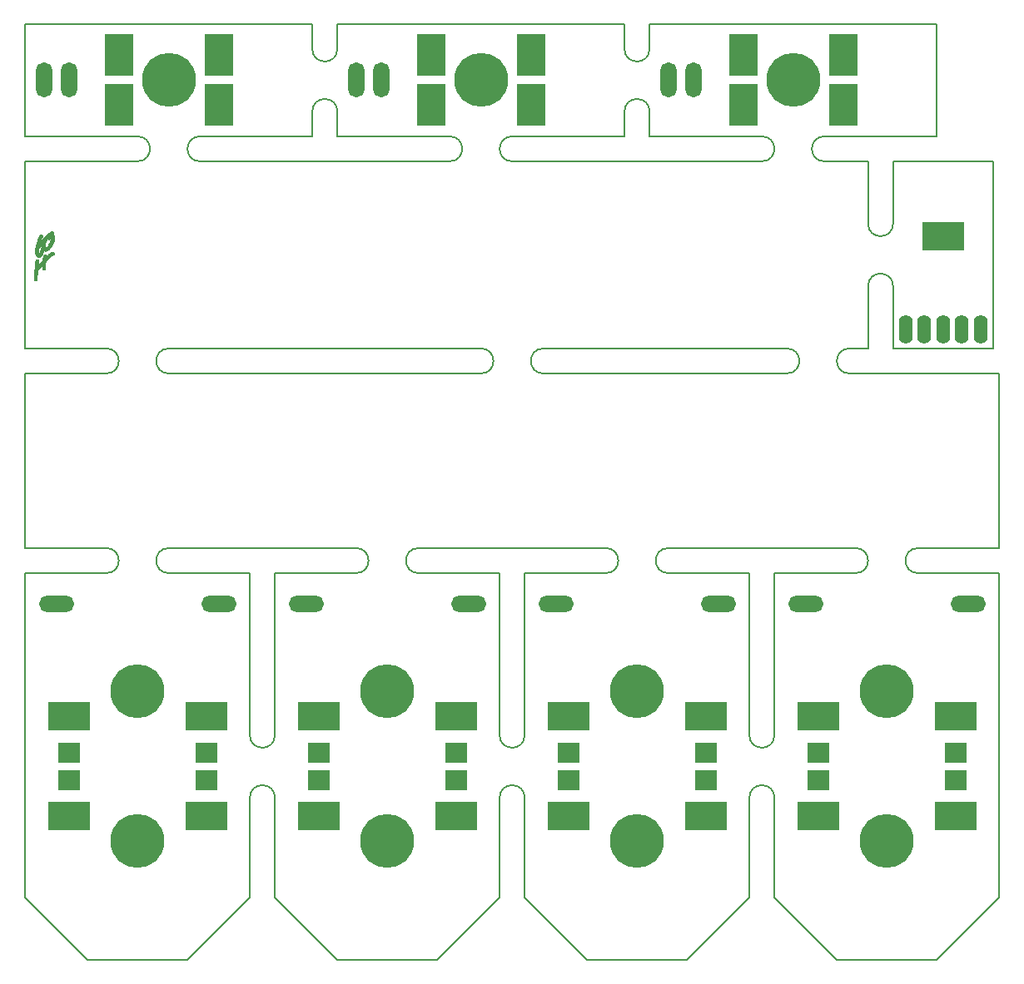
<source format=gbs>
G04 #@! TF.FileFunction,Soldermask,Bot*
%FSLAX46Y46*%
G04 Gerber Fmt 4.6, Leading zero omitted, Abs format (unit mm)*
G04 Created by KiCad (PCBNEW (2016-05-03 BZR 6266)-product) date Fri Jul 22 02:33:22 2016*
%MOMM*%
%LPD*%
G01*
G04 APERTURE LIST*
%ADD10C,0.350000*%
%ADD11C,0.150000*%
%ADD12C,0.050000*%
%ADD13R,2.940000X4.210000*%
%ADD14C,5.480000*%
%ADD15O,1.670000X3.575000*%
%ADD16R,2.200000X2.000000*%
%ADD17O,3.575000X1.670000*%
%ADD18R,4.210000X2.940000*%
%ADD19O,1.416000X2.940000*%
G04 APERTURE END LIST*
D10*
D11*
X177800000Y-71755000D02*
G75*
G03X180340000Y-71755000I1270000J0D01*
G01*
X180340000Y-65405000D02*
X180340000Y-71755000D01*
X180340000Y-78105000D02*
X180340000Y-84455000D01*
X173355000Y-65405000D02*
X177800000Y-65405000D01*
X103505000Y-65405000D02*
X92075000Y-65405000D01*
X141605000Y-65405000D02*
X167005000Y-65405000D01*
X109855000Y-65405000D02*
X135255000Y-65405000D01*
X100330000Y-84455000D02*
X92075000Y-84455000D01*
X138430000Y-84455000D02*
X106680000Y-84455000D01*
X169545000Y-84455000D02*
X144780000Y-84455000D01*
X177800000Y-84455000D02*
X175895000Y-84455000D01*
X177800000Y-78105000D02*
X177800000Y-84455000D01*
X177800000Y-65405000D02*
X177800000Y-71755000D01*
X180340000Y-78105000D02*
G75*
G03X177800000Y-78105000I-1270000J0D01*
G01*
X151130000Y-107315000D02*
X142875000Y-107315000D01*
X155575000Y-51435000D02*
X155575000Y-53975000D01*
X153035000Y-51435000D02*
X153035000Y-53975000D01*
X135255000Y-62865000D02*
X123825000Y-62865000D01*
X153035000Y-62865000D02*
X141605000Y-62865000D01*
X153035000Y-60325000D02*
X153035000Y-62865000D01*
X155575000Y-62865000D02*
X155575000Y-60325000D01*
X167005000Y-62865000D02*
X155575000Y-62865000D01*
X184785000Y-62865000D02*
X173355000Y-62865000D01*
X123825000Y-53975000D02*
X123825000Y-51435000D01*
X121285000Y-53975000D02*
X121285000Y-51435000D01*
X123825000Y-60325000D02*
X123825000Y-62865000D01*
X121285000Y-62865000D02*
X121285000Y-60325000D01*
X109855000Y-62865000D02*
X121285000Y-62865000D01*
X92075000Y-62865000D02*
X103505000Y-62865000D01*
X123825000Y-60325000D02*
G75*
G03X121285000Y-60325000I-1270000J0D01*
G01*
X121285000Y-53975000D02*
G75*
G03X123825000Y-53975000I1270000J0D01*
G01*
X153035000Y-53975000D02*
G75*
G03X155575000Y-53975000I1270000J0D01*
G01*
X155575000Y-60325000D02*
G75*
G03X153035000Y-60325000I-1270000J0D01*
G01*
X173355000Y-62865000D02*
G75*
G03X173355000Y-65405000I0J-1270000D01*
G01*
X167005000Y-65405000D02*
G75*
G03X167005000Y-62865000I0J1270000D01*
G01*
X141605000Y-62865000D02*
G75*
G03X141605000Y-65405000I0J-1270000D01*
G01*
X135255000Y-65405000D02*
G75*
G03X135255000Y-62865000I0J1270000D01*
G01*
X109855000Y-62865000D02*
G75*
G03X109855000Y-65405000I0J-1270000D01*
G01*
X103505000Y-65405000D02*
G75*
G03X103505000Y-62865000I0J1270000D01*
G01*
X100330000Y-86995000D02*
G75*
G03X100330000Y-84455000I0J1270000D01*
G01*
X106680000Y-84455000D02*
G75*
G03X106680000Y-86995000I0J-1270000D01*
G01*
X138430000Y-86995000D02*
G75*
G03X138430000Y-84455000I0J1270000D01*
G01*
X144780000Y-84455000D02*
G75*
G03X144780000Y-86995000I0J-1270000D01*
G01*
X169545000Y-86995000D02*
G75*
G03X169545000Y-84455000I0J1270000D01*
G01*
X175895000Y-84455000D02*
G75*
G03X175895000Y-86995000I0J-1270000D01*
G01*
X175895000Y-86995000D02*
X191135000Y-86995000D01*
X144780000Y-86995000D02*
X169545000Y-86995000D01*
X106680000Y-86995000D02*
X138430000Y-86995000D01*
X92075000Y-86995000D02*
X100330000Y-86995000D01*
X100330000Y-107315000D02*
X92075000Y-107315000D01*
X114935000Y-107315000D02*
X106680000Y-107315000D01*
X125730000Y-107315000D02*
X117475000Y-107315000D01*
X140335000Y-107315000D02*
X132080000Y-107315000D01*
X165735000Y-107315000D02*
X157480000Y-107315000D01*
X100330000Y-104775000D02*
X92075000Y-104775000D01*
X125730000Y-104775000D02*
X106680000Y-104775000D01*
X151130000Y-104775000D02*
X132080000Y-104775000D01*
X176530000Y-104775000D02*
X157480000Y-104775000D01*
X176530000Y-107315000D02*
X168275000Y-107315000D01*
X182880000Y-107315000D02*
X191135000Y-107315000D01*
X191135000Y-104775000D02*
X182880000Y-104775000D01*
X182880000Y-104775000D02*
G75*
G03X182880000Y-107315000I0J-1270000D01*
G01*
X176530000Y-107315000D02*
G75*
G03X176530000Y-104775000I0J1270000D01*
G01*
X157480000Y-104775000D02*
G75*
G03X157480000Y-107315000I0J-1270000D01*
G01*
X151130000Y-107315000D02*
G75*
G03X151130000Y-104775000I0J1270000D01*
G01*
X132080000Y-104775000D02*
G75*
G03X132080000Y-107315000I0J-1270000D01*
G01*
X125730000Y-107315000D02*
G75*
G03X125730000Y-104775000I0J1270000D01*
G01*
X100330000Y-107315000D02*
G75*
G03X100330000Y-104775000I0J1270000D01*
G01*
X106680000Y-104775000D02*
G75*
G03X106680000Y-107315000I0J-1270000D01*
G01*
X140335000Y-123825000D02*
G75*
G03X142875000Y-123825000I1270000J0D01*
G01*
X165735000Y-123825000D02*
G75*
G03X168275000Y-123825000I1270000J0D01*
G01*
X168275000Y-130175000D02*
G75*
G03X165735000Y-130175000I-1270000J0D01*
G01*
X142875000Y-130175000D02*
G75*
G03X140335000Y-130175000I-1270000J0D01*
G01*
X117475000Y-130175000D02*
G75*
G03X114935000Y-130175000I-1270000J0D01*
G01*
X114935000Y-123825000D02*
G75*
G03X117475000Y-123825000I1270000J0D01*
G01*
X140335000Y-107315000D02*
X140335000Y-123825000D01*
X142875000Y-123825000D02*
X142875000Y-107315000D01*
X165735000Y-107315000D02*
X165735000Y-123825000D01*
X168275000Y-123825000D02*
X168275000Y-107315000D01*
X168275000Y-130175000D02*
X168275000Y-140335000D01*
X165735000Y-140335000D02*
X165735000Y-130175000D01*
X142875000Y-140335000D02*
X142875000Y-130175000D01*
X140335000Y-130175000D02*
X140335000Y-140335000D01*
X117475000Y-107315000D02*
X117475000Y-123825000D01*
X114935000Y-123825000D02*
X114935000Y-107315000D01*
X117475000Y-130175000D02*
X117475000Y-140335000D01*
X114935000Y-140335000D02*
X114935000Y-130175000D01*
X184785000Y-62865000D02*
X184785000Y-51435000D01*
X184785000Y-51435000D02*
X155575000Y-51435000D01*
X121285000Y-51435000D02*
X92075000Y-51435000D01*
X92075000Y-51435000D02*
X92075000Y-62865000D01*
X142875000Y-140335000D02*
X149225000Y-146685000D01*
X165735000Y-140335000D02*
X159385000Y-146685000D01*
X159385000Y-146685000D02*
X149225000Y-146685000D01*
X191135000Y-107315000D02*
X191135000Y-140335000D01*
X184785000Y-146685000D02*
X174625000Y-146685000D01*
X191135000Y-140335000D02*
X184785000Y-146685000D01*
X168275000Y-140335000D02*
X174625000Y-146685000D01*
X117475000Y-140335000D02*
X123825000Y-146685000D01*
X140335000Y-140335000D02*
X133985000Y-146685000D01*
X133985000Y-146685000D02*
X123825000Y-146685000D01*
X92075000Y-86995000D02*
X92075000Y-104775000D01*
X191135000Y-104775000D02*
X191135000Y-86995000D01*
X92075000Y-140335000D02*
X92075000Y-107315000D01*
X108585000Y-146685000D02*
X98425000Y-146685000D01*
X114935000Y-140335000D02*
X108585000Y-146685000D01*
X92075000Y-140335000D02*
X98425000Y-146685000D01*
X153035000Y-51435000D02*
X123825000Y-51435000D01*
X92075000Y-84455000D02*
X92075000Y-65405000D01*
X190500000Y-65405000D02*
X180340000Y-65405000D01*
X190500000Y-84455000D02*
X190500000Y-65405000D01*
X180340000Y-84455000D02*
X190500000Y-84455000D01*
D12*
G36*
X93454621Y-75131040D02*
X93517702Y-75127773D01*
X93572055Y-75115688D01*
X93585139Y-75110484D01*
X93645455Y-75072676D01*
X93705196Y-75014798D01*
X93763658Y-74937948D01*
X93816271Y-74849707D01*
X93432752Y-74849707D01*
X93418350Y-74823708D01*
X93407208Y-74789655D01*
X93400530Y-74737853D01*
X93398220Y-74671223D01*
X93400180Y-74592683D01*
X93406313Y-74505154D01*
X93416522Y-74411556D01*
X93430709Y-74314810D01*
X93436412Y-74281770D01*
X93444635Y-74237671D01*
X93451305Y-74210400D01*
X93458422Y-74195918D01*
X93467984Y-74190186D01*
X93481990Y-74189166D01*
X93482255Y-74189166D01*
X93500082Y-74187226D01*
X93518222Y-74180044D01*
X93538999Y-74165574D01*
X93564734Y-74141773D01*
X93597749Y-74106597D01*
X93640366Y-74058001D01*
X93668140Y-74025518D01*
X93704364Y-73983160D01*
X93735514Y-73947180D01*
X93759149Y-73920365D01*
X93772825Y-73905499D01*
X93775185Y-73903416D01*
X93776244Y-73909593D01*
X93773377Y-73929143D01*
X93766254Y-73963596D01*
X93754545Y-74014483D01*
X93737918Y-74083333D01*
X93724862Y-74136250D01*
X93691206Y-74263293D01*
X93655158Y-74383688D01*
X93617607Y-74495127D01*
X93579443Y-74595304D01*
X93541556Y-74681913D01*
X93504836Y-74752648D01*
X93470172Y-74805203D01*
X93463738Y-74813124D01*
X93432752Y-74849707D01*
X93816271Y-74849707D01*
X93820137Y-74843224D01*
X93873931Y-74731721D01*
X93924336Y-74604537D01*
X93941795Y-74554291D01*
X93955314Y-74514008D01*
X93966422Y-74480952D01*
X93973259Y-74460654D01*
X93974246Y-74457745D01*
X93985402Y-74455714D01*
X94012240Y-74464454D01*
X94049215Y-74481558D01*
X94091647Y-74501281D01*
X94126495Y-74512132D01*
X94164037Y-74516595D01*
X94196810Y-74517250D01*
X94260170Y-74511959D01*
X94320242Y-74494985D01*
X94380113Y-74464674D01*
X94442871Y-74419374D01*
X94511605Y-74357429D01*
X94530833Y-74338396D01*
X94627720Y-74228821D01*
X94640988Y-74210333D01*
X94178098Y-74210333D01*
X94160399Y-74200307D01*
X94144288Y-74172417D01*
X94130436Y-74129948D01*
X94119517Y-74076182D01*
X94112202Y-74014403D01*
X94109165Y-73947894D01*
X94110922Y-73882250D01*
X94128033Y-73727344D01*
X94158531Y-73569916D01*
X94165254Y-73542400D01*
X94175111Y-73508124D01*
X94187165Y-73480065D01*
X94204888Y-73452576D01*
X94231748Y-73420014D01*
X94258900Y-73390035D01*
X94334879Y-73307644D01*
X94368580Y-73325072D01*
X94412595Y-73339435D01*
X94460097Y-73341768D01*
X94502933Y-73332296D01*
X94523359Y-73320765D01*
X94544434Y-73295754D01*
X94560911Y-73261703D01*
X94563088Y-73254619D01*
X94580880Y-73192216D01*
X94596322Y-73145734D01*
X94611326Y-73110360D01*
X94627803Y-73081281D01*
X94637542Y-73067113D01*
X94656742Y-73043551D01*
X94671524Y-73030693D01*
X94676633Y-73030043D01*
X94685534Y-73047225D01*
X94694959Y-73078102D01*
X94703145Y-73115325D01*
X94708326Y-73151546D01*
X94709210Y-73165675D01*
X94707534Y-73196109D01*
X94702144Y-73238345D01*
X94694179Y-73283581D01*
X94693593Y-73286450D01*
X94667468Y-73387463D01*
X94629312Y-73499426D01*
X94581240Y-73617547D01*
X94525365Y-73737031D01*
X94463804Y-73853084D01*
X94398671Y-73960912D01*
X94390617Y-73973219D01*
X94353197Y-74026913D01*
X94313608Y-74078641D01*
X94274417Y-74125539D01*
X94238192Y-74164745D01*
X94207497Y-74193393D01*
X94184901Y-74208622D01*
X94178098Y-74210333D01*
X94640988Y-74210333D01*
X94718723Y-74102022D01*
X94802044Y-73961547D01*
X94875884Y-73810939D01*
X94938444Y-73653746D01*
X94987926Y-73493512D01*
X95012224Y-73389412D01*
X95025782Y-73308172D01*
X95034361Y-73225719D01*
X95037822Y-73146890D01*
X95036025Y-73076520D01*
X95028830Y-73019446D01*
X95023529Y-72998541D01*
X95001023Y-72940389D01*
X94969943Y-72885436D01*
X94938960Y-72842042D01*
X94902174Y-72793849D01*
X94923319Y-72753320D01*
X94939997Y-72701130D01*
X94937970Y-72649543D01*
X94919507Y-72602005D01*
X94886878Y-72561959D01*
X94842353Y-72532849D01*
X94788202Y-72518120D01*
X94767582Y-72517000D01*
X94729267Y-72519091D01*
X94695160Y-72524404D01*
X94682873Y-72527932D01*
X94656391Y-72542967D01*
X94617205Y-72572149D01*
X94566853Y-72613963D01*
X94506874Y-72666899D01*
X94438805Y-72729443D01*
X94364185Y-72800082D01*
X94284552Y-72877305D01*
X94201443Y-72959599D01*
X94116399Y-73045451D01*
X94030956Y-73133349D01*
X93946652Y-73221780D01*
X93865027Y-73309232D01*
X93787617Y-73394192D01*
X93715963Y-73475149D01*
X93695466Y-73498838D01*
X93665179Y-73533692D01*
X93640712Y-73561166D01*
X93624836Y-73578194D01*
X93620166Y-73582163D01*
X93623410Y-73571175D01*
X93632321Y-73543886D01*
X93645663Y-73504008D01*
X93662204Y-73455249D01*
X93668508Y-73436809D01*
X93709052Y-73324539D01*
X93746625Y-73233138D01*
X93781213Y-73162631D01*
X93812806Y-73113045D01*
X93821014Y-73103026D01*
X93846517Y-73059687D01*
X93853521Y-73012466D01*
X93843060Y-72965645D01*
X93816163Y-72923505D01*
X93773863Y-72890328D01*
X93769170Y-72887843D01*
X93712230Y-72869915D01*
X93654038Y-72871654D01*
X93598691Y-72892248D01*
X93550282Y-72930883D01*
X93549840Y-72931365D01*
X93527831Y-72961724D01*
X93500667Y-73009220D01*
X93469662Y-73070839D01*
X93436132Y-73143564D01*
X93401391Y-73224380D01*
X93366756Y-73310271D01*
X93333540Y-73398222D01*
X93303059Y-73485217D01*
X93287482Y-73533000D01*
X93251365Y-73654010D01*
X93217359Y-73781035D01*
X93185927Y-73911384D01*
X93157535Y-74042367D01*
X93132643Y-74171293D01*
X93111717Y-74295472D01*
X93095219Y-74412213D01*
X93083613Y-74518825D01*
X93077361Y-74612618D01*
X93076928Y-74690901D01*
X93080400Y-74735543D01*
X93101482Y-74835958D01*
X93136789Y-74924679D01*
X93185146Y-74999976D01*
X93245379Y-75060115D01*
X93316315Y-75103363D01*
X93334839Y-75111050D01*
X93390953Y-75125472D01*
X93454621Y-75131040D01*
X93454621Y-75131040D01*
X93454621Y-75131040D01*
G37*
X93454621Y-75131040D02*
X93517702Y-75127773D01*
X93572055Y-75115688D01*
X93585139Y-75110484D01*
X93645455Y-75072676D01*
X93705196Y-75014798D01*
X93763658Y-74937948D01*
X93816271Y-74849707D01*
X93432752Y-74849707D01*
X93418350Y-74823708D01*
X93407208Y-74789655D01*
X93400530Y-74737853D01*
X93398220Y-74671223D01*
X93400180Y-74592683D01*
X93406313Y-74505154D01*
X93416522Y-74411556D01*
X93430709Y-74314810D01*
X93436412Y-74281770D01*
X93444635Y-74237671D01*
X93451305Y-74210400D01*
X93458422Y-74195918D01*
X93467984Y-74190186D01*
X93481990Y-74189166D01*
X93482255Y-74189166D01*
X93500082Y-74187226D01*
X93518222Y-74180044D01*
X93538999Y-74165574D01*
X93564734Y-74141773D01*
X93597749Y-74106597D01*
X93640366Y-74058001D01*
X93668140Y-74025518D01*
X93704364Y-73983160D01*
X93735514Y-73947180D01*
X93759149Y-73920365D01*
X93772825Y-73905499D01*
X93775185Y-73903416D01*
X93776244Y-73909593D01*
X93773377Y-73929143D01*
X93766254Y-73963596D01*
X93754545Y-74014483D01*
X93737918Y-74083333D01*
X93724862Y-74136250D01*
X93691206Y-74263293D01*
X93655158Y-74383688D01*
X93617607Y-74495127D01*
X93579443Y-74595304D01*
X93541556Y-74681913D01*
X93504836Y-74752648D01*
X93470172Y-74805203D01*
X93463738Y-74813124D01*
X93432752Y-74849707D01*
X93816271Y-74849707D01*
X93820137Y-74843224D01*
X93873931Y-74731721D01*
X93924336Y-74604537D01*
X93941795Y-74554291D01*
X93955314Y-74514008D01*
X93966422Y-74480952D01*
X93973259Y-74460654D01*
X93974246Y-74457745D01*
X93985402Y-74455714D01*
X94012240Y-74464454D01*
X94049215Y-74481558D01*
X94091647Y-74501281D01*
X94126495Y-74512132D01*
X94164037Y-74516595D01*
X94196810Y-74517250D01*
X94260170Y-74511959D01*
X94320242Y-74494985D01*
X94380113Y-74464674D01*
X94442871Y-74419374D01*
X94511605Y-74357429D01*
X94530833Y-74338396D01*
X94627720Y-74228821D01*
X94640988Y-74210333D01*
X94178098Y-74210333D01*
X94160399Y-74200307D01*
X94144288Y-74172417D01*
X94130436Y-74129948D01*
X94119517Y-74076182D01*
X94112202Y-74014403D01*
X94109165Y-73947894D01*
X94110922Y-73882250D01*
X94128033Y-73727344D01*
X94158531Y-73569916D01*
X94165254Y-73542400D01*
X94175111Y-73508124D01*
X94187165Y-73480065D01*
X94204888Y-73452576D01*
X94231748Y-73420014D01*
X94258900Y-73390035D01*
X94334879Y-73307644D01*
X94368580Y-73325072D01*
X94412595Y-73339435D01*
X94460097Y-73341768D01*
X94502933Y-73332296D01*
X94523359Y-73320765D01*
X94544434Y-73295754D01*
X94560911Y-73261703D01*
X94563088Y-73254619D01*
X94580880Y-73192216D01*
X94596322Y-73145734D01*
X94611326Y-73110360D01*
X94627803Y-73081281D01*
X94637542Y-73067113D01*
X94656742Y-73043551D01*
X94671524Y-73030693D01*
X94676633Y-73030043D01*
X94685534Y-73047225D01*
X94694959Y-73078102D01*
X94703145Y-73115325D01*
X94708326Y-73151546D01*
X94709210Y-73165675D01*
X94707534Y-73196109D01*
X94702144Y-73238345D01*
X94694179Y-73283581D01*
X94693593Y-73286450D01*
X94667468Y-73387463D01*
X94629312Y-73499426D01*
X94581240Y-73617547D01*
X94525365Y-73737031D01*
X94463804Y-73853084D01*
X94398671Y-73960912D01*
X94390617Y-73973219D01*
X94353197Y-74026913D01*
X94313608Y-74078641D01*
X94274417Y-74125539D01*
X94238192Y-74164745D01*
X94207497Y-74193393D01*
X94184901Y-74208622D01*
X94178098Y-74210333D01*
X94640988Y-74210333D01*
X94718723Y-74102022D01*
X94802044Y-73961547D01*
X94875884Y-73810939D01*
X94938444Y-73653746D01*
X94987926Y-73493512D01*
X95012224Y-73389412D01*
X95025782Y-73308172D01*
X95034361Y-73225719D01*
X95037822Y-73146890D01*
X95036025Y-73076520D01*
X95028830Y-73019446D01*
X95023529Y-72998541D01*
X95001023Y-72940389D01*
X94969943Y-72885436D01*
X94938960Y-72842042D01*
X94902174Y-72793849D01*
X94923319Y-72753320D01*
X94939997Y-72701130D01*
X94937970Y-72649543D01*
X94919507Y-72602005D01*
X94886878Y-72561959D01*
X94842353Y-72532849D01*
X94788202Y-72518120D01*
X94767582Y-72517000D01*
X94729267Y-72519091D01*
X94695160Y-72524404D01*
X94682873Y-72527932D01*
X94656391Y-72542967D01*
X94617205Y-72572149D01*
X94566853Y-72613963D01*
X94506874Y-72666899D01*
X94438805Y-72729443D01*
X94364185Y-72800082D01*
X94284552Y-72877305D01*
X94201443Y-72959599D01*
X94116399Y-73045451D01*
X94030956Y-73133349D01*
X93946652Y-73221780D01*
X93865027Y-73309232D01*
X93787617Y-73394192D01*
X93715963Y-73475149D01*
X93695466Y-73498838D01*
X93665179Y-73533692D01*
X93640712Y-73561166D01*
X93624836Y-73578194D01*
X93620166Y-73582163D01*
X93623410Y-73571175D01*
X93632321Y-73543886D01*
X93645663Y-73504008D01*
X93662204Y-73455249D01*
X93668508Y-73436809D01*
X93709052Y-73324539D01*
X93746625Y-73233138D01*
X93781213Y-73162631D01*
X93812806Y-73113045D01*
X93821014Y-73103026D01*
X93846517Y-73059687D01*
X93853521Y-73012466D01*
X93843060Y-72965645D01*
X93816163Y-72923505D01*
X93773863Y-72890328D01*
X93769170Y-72887843D01*
X93712230Y-72869915D01*
X93654038Y-72871654D01*
X93598691Y-72892248D01*
X93550282Y-72930883D01*
X93549840Y-72931365D01*
X93527831Y-72961724D01*
X93500667Y-73009220D01*
X93469662Y-73070839D01*
X93436132Y-73143564D01*
X93401391Y-73224380D01*
X93366756Y-73310271D01*
X93333540Y-73398222D01*
X93303059Y-73485217D01*
X93287482Y-73533000D01*
X93251365Y-73654010D01*
X93217359Y-73781035D01*
X93185927Y-73911384D01*
X93157535Y-74042367D01*
X93132643Y-74171293D01*
X93111717Y-74295472D01*
X93095219Y-74412213D01*
X93083613Y-74518825D01*
X93077361Y-74612618D01*
X93076928Y-74690901D01*
X93080400Y-74735543D01*
X93101482Y-74835958D01*
X93136789Y-74924679D01*
X93185146Y-74999976D01*
X93245379Y-75060115D01*
X93316315Y-75103363D01*
X93334839Y-75111050D01*
X93390953Y-75125472D01*
X93454621Y-75131040D01*
X93454621Y-75131040D01*
G36*
X93098697Y-77554583D02*
X93146163Y-77548048D01*
X93192653Y-77530308D01*
X93232663Y-77502425D01*
X93247383Y-77486479D01*
X93255181Y-77474276D01*
X93261114Y-77458018D01*
X93265632Y-77434353D01*
X93269185Y-77399933D01*
X93272224Y-77351409D01*
X93275199Y-77285432D01*
X93275533Y-77277163D01*
X93278385Y-77211217D01*
X93282201Y-77130282D01*
X93286674Y-77040493D01*
X93291494Y-76947989D01*
X93296355Y-76858908D01*
X93298006Y-76829708D01*
X93302161Y-76756574D01*
X93305884Y-76690163D01*
X93309011Y-76633489D01*
X93311376Y-76589563D01*
X93312816Y-76561398D01*
X93313190Y-76552297D01*
X93319651Y-76539460D01*
X93337146Y-76514331D01*
X93362917Y-76480676D01*
X93390694Y-76446464D01*
X93417403Y-76415072D01*
X93452924Y-76374320D01*
X93495065Y-76326628D01*
X93541633Y-76274416D01*
X93590436Y-76220105D01*
X93639282Y-76166114D01*
X93685977Y-76114864D01*
X93728330Y-76068774D01*
X93764147Y-76030265D01*
X93791237Y-76001757D01*
X93807406Y-75985669D01*
X93810401Y-75983205D01*
X93813848Y-75990736D01*
X93815664Y-76016967D01*
X93815791Y-76059489D01*
X93814170Y-76115892D01*
X93813855Y-76123483D01*
X93811711Y-76196285D01*
X93812843Y-76252094D01*
X93817992Y-76294932D01*
X93827897Y-76328819D01*
X93843300Y-76357779D01*
X93861409Y-76381691D01*
X93899304Y-76415535D01*
X93944829Y-76439486D01*
X93992093Y-76451670D01*
X94035200Y-76450215D01*
X94054669Y-76443102D01*
X94067349Y-76435192D01*
X94077693Y-76424957D01*
X94085987Y-76410254D01*
X94092514Y-76388945D01*
X94097559Y-76358886D01*
X94101405Y-76317937D01*
X94104337Y-76263956D01*
X94106639Y-76194802D01*
X94108594Y-76108335D01*
X94110099Y-76025375D01*
X94111841Y-75940329D01*
X94114007Y-75861153D01*
X94116481Y-75790569D01*
X94119147Y-75731300D01*
X94121888Y-75686068D01*
X94124587Y-75657596D01*
X94126184Y-75649567D01*
X94137132Y-75632933D01*
X94161215Y-75603809D01*
X94196321Y-75564384D01*
X94240334Y-75516847D01*
X94291141Y-75463387D01*
X94346628Y-75406193D01*
X94404681Y-75347455D01*
X94463185Y-75289362D01*
X94520028Y-75234102D01*
X94573095Y-75183864D01*
X94598612Y-75160347D01*
X94694306Y-75075557D01*
X94778843Y-75005934D01*
X94854134Y-74949994D01*
X94922090Y-74906252D01*
X94935499Y-74898538D01*
X94985198Y-74864882D01*
X95014805Y-74830008D01*
X95025366Y-74791566D01*
X95017924Y-74747207D01*
X95010890Y-74728992D01*
X94978002Y-74675287D01*
X94930127Y-74634183D01*
X94906858Y-74620905D01*
X94867776Y-74607283D01*
X94825114Y-74605845D01*
X94776837Y-74617325D01*
X94720905Y-74642457D01*
X94655280Y-74681977D01*
X94577926Y-74736618D01*
X94570466Y-74742193D01*
X94530336Y-74772562D01*
X94495850Y-74799495D01*
X94463328Y-74826139D01*
X94429093Y-74855644D01*
X94389464Y-74891159D01*
X94340765Y-74935832D01*
X94298487Y-74975000D01*
X94220099Y-75047784D01*
X94207095Y-75009958D01*
X94190551Y-74971478D01*
X94169727Y-74947903D01*
X94138344Y-74933068D01*
X94124732Y-74929075D01*
X94075810Y-74922727D01*
X94025115Y-74927425D01*
X93978199Y-74941471D01*
X93940616Y-74963167D01*
X93917918Y-74990814D01*
X93917188Y-74992533D01*
X93912049Y-75011640D01*
X93904566Y-75047798D01*
X93895401Y-75097105D01*
X93885215Y-75155659D01*
X93874669Y-75219559D01*
X93864425Y-75284904D01*
X93855144Y-75347791D01*
X93847786Y-75401981D01*
X93845225Y-75418211D01*
X93840960Y-75433550D01*
X93833439Y-75450113D01*
X93821112Y-75470015D01*
X93802427Y-75495372D01*
X93775833Y-75528297D01*
X93739777Y-75570907D01*
X93692710Y-75625316D01*
X93637917Y-75688105D01*
X93583870Y-75749973D01*
X93532421Y-75808938D01*
X93485780Y-75862462D01*
X93446157Y-75908006D01*
X93415762Y-75943034D01*
X93396804Y-75965006D01*
X93395270Y-75966799D01*
X93374287Y-75989580D01*
X93359902Y-76001737D01*
X93355583Y-76001422D01*
X93356655Y-75987608D01*
X93359640Y-75956211D01*
X93364192Y-75910692D01*
X93369964Y-75854515D01*
X93376610Y-75791141D01*
X93377102Y-75786490D01*
X93386518Y-75704615D01*
X93395561Y-75639733D01*
X93404028Y-75593085D01*
X93411715Y-75565910D01*
X93414144Y-75561284D01*
X93422944Y-75537476D01*
X93428329Y-75501289D01*
X93429783Y-75461314D01*
X93426793Y-75426139D01*
X93423092Y-75412015D01*
X93404060Y-75389671D01*
X93370002Y-75373914D01*
X93326203Y-75365369D01*
X93277949Y-75364662D01*
X93230522Y-75372419D01*
X93196566Y-75385219D01*
X93166492Y-75404274D01*
X93142963Y-75425524D01*
X93138722Y-75431074D01*
X93130168Y-75453621D01*
X93120719Y-75495467D01*
X93110547Y-75554771D01*
X93099825Y-75629691D01*
X93088725Y-75718385D01*
X93077420Y-75819014D01*
X93066082Y-75929735D01*
X93054883Y-76048707D01*
X93043996Y-76174089D01*
X93033594Y-76304041D01*
X93023848Y-76436720D01*
X93014931Y-76570285D01*
X93007016Y-76702896D01*
X93000274Y-76832711D01*
X92994879Y-76957889D01*
X92994296Y-76973444D01*
X92990153Y-77099144D01*
X92987789Y-77205320D01*
X92987286Y-77293545D01*
X92988724Y-77365395D01*
X92992183Y-77422443D01*
X92997746Y-77466264D01*
X93005491Y-77498431D01*
X93015501Y-77520518D01*
X93022833Y-77529796D01*
X93055753Y-77548853D01*
X93098697Y-77554583D01*
X93098697Y-77554583D01*
X93098697Y-77554583D01*
G37*
X93098697Y-77554583D02*
X93146163Y-77548048D01*
X93192653Y-77530308D01*
X93232663Y-77502425D01*
X93247383Y-77486479D01*
X93255181Y-77474276D01*
X93261114Y-77458018D01*
X93265632Y-77434353D01*
X93269185Y-77399933D01*
X93272224Y-77351409D01*
X93275199Y-77285432D01*
X93275533Y-77277163D01*
X93278385Y-77211217D01*
X93282201Y-77130282D01*
X93286674Y-77040493D01*
X93291494Y-76947989D01*
X93296355Y-76858908D01*
X93298006Y-76829708D01*
X93302161Y-76756574D01*
X93305884Y-76690163D01*
X93309011Y-76633489D01*
X93311376Y-76589563D01*
X93312816Y-76561398D01*
X93313190Y-76552297D01*
X93319651Y-76539460D01*
X93337146Y-76514331D01*
X93362917Y-76480676D01*
X93390694Y-76446464D01*
X93417403Y-76415072D01*
X93452924Y-76374320D01*
X93495065Y-76326628D01*
X93541633Y-76274416D01*
X93590436Y-76220105D01*
X93639282Y-76166114D01*
X93685977Y-76114864D01*
X93728330Y-76068774D01*
X93764147Y-76030265D01*
X93791237Y-76001757D01*
X93807406Y-75985669D01*
X93810401Y-75983205D01*
X93813848Y-75990736D01*
X93815664Y-76016967D01*
X93815791Y-76059489D01*
X93814170Y-76115892D01*
X93813855Y-76123483D01*
X93811711Y-76196285D01*
X93812843Y-76252094D01*
X93817992Y-76294932D01*
X93827897Y-76328819D01*
X93843300Y-76357779D01*
X93861409Y-76381691D01*
X93899304Y-76415535D01*
X93944829Y-76439486D01*
X93992093Y-76451670D01*
X94035200Y-76450215D01*
X94054669Y-76443102D01*
X94067349Y-76435192D01*
X94077693Y-76424957D01*
X94085987Y-76410254D01*
X94092514Y-76388945D01*
X94097559Y-76358886D01*
X94101405Y-76317937D01*
X94104337Y-76263956D01*
X94106639Y-76194802D01*
X94108594Y-76108335D01*
X94110099Y-76025375D01*
X94111841Y-75940329D01*
X94114007Y-75861153D01*
X94116481Y-75790569D01*
X94119147Y-75731300D01*
X94121888Y-75686068D01*
X94124587Y-75657596D01*
X94126184Y-75649567D01*
X94137132Y-75632933D01*
X94161215Y-75603809D01*
X94196321Y-75564384D01*
X94240334Y-75516847D01*
X94291141Y-75463387D01*
X94346628Y-75406193D01*
X94404681Y-75347455D01*
X94463185Y-75289362D01*
X94520028Y-75234102D01*
X94573095Y-75183864D01*
X94598612Y-75160347D01*
X94694306Y-75075557D01*
X94778843Y-75005934D01*
X94854134Y-74949994D01*
X94922090Y-74906252D01*
X94935499Y-74898538D01*
X94985198Y-74864882D01*
X95014805Y-74830008D01*
X95025366Y-74791566D01*
X95017924Y-74747207D01*
X95010890Y-74728992D01*
X94978002Y-74675287D01*
X94930127Y-74634183D01*
X94906858Y-74620905D01*
X94867776Y-74607283D01*
X94825114Y-74605845D01*
X94776837Y-74617325D01*
X94720905Y-74642457D01*
X94655280Y-74681977D01*
X94577926Y-74736618D01*
X94570466Y-74742193D01*
X94530336Y-74772562D01*
X94495850Y-74799495D01*
X94463328Y-74826139D01*
X94429093Y-74855644D01*
X94389464Y-74891159D01*
X94340765Y-74935832D01*
X94298487Y-74975000D01*
X94220099Y-75047784D01*
X94207095Y-75009958D01*
X94190551Y-74971478D01*
X94169727Y-74947903D01*
X94138344Y-74933068D01*
X94124732Y-74929075D01*
X94075810Y-74922727D01*
X94025115Y-74927425D01*
X93978199Y-74941471D01*
X93940616Y-74963167D01*
X93917918Y-74990814D01*
X93917188Y-74992533D01*
X93912049Y-75011640D01*
X93904566Y-75047798D01*
X93895401Y-75097105D01*
X93885215Y-75155659D01*
X93874669Y-75219559D01*
X93864425Y-75284904D01*
X93855144Y-75347791D01*
X93847786Y-75401981D01*
X93845225Y-75418211D01*
X93840960Y-75433550D01*
X93833439Y-75450113D01*
X93821112Y-75470015D01*
X93802427Y-75495372D01*
X93775833Y-75528297D01*
X93739777Y-75570907D01*
X93692710Y-75625316D01*
X93637917Y-75688105D01*
X93583870Y-75749973D01*
X93532421Y-75808938D01*
X93485780Y-75862462D01*
X93446157Y-75908006D01*
X93415762Y-75943034D01*
X93396804Y-75965006D01*
X93395270Y-75966799D01*
X93374287Y-75989580D01*
X93359902Y-76001737D01*
X93355583Y-76001422D01*
X93356655Y-75987608D01*
X93359640Y-75956211D01*
X93364192Y-75910692D01*
X93369964Y-75854515D01*
X93376610Y-75791141D01*
X93377102Y-75786490D01*
X93386518Y-75704615D01*
X93395561Y-75639733D01*
X93404028Y-75593085D01*
X93411715Y-75565910D01*
X93414144Y-75561284D01*
X93422944Y-75537476D01*
X93428329Y-75501289D01*
X93429783Y-75461314D01*
X93426793Y-75426139D01*
X93423092Y-75412015D01*
X93404060Y-75389671D01*
X93370002Y-75373914D01*
X93326203Y-75365369D01*
X93277949Y-75364662D01*
X93230522Y-75372419D01*
X93196566Y-75385219D01*
X93166492Y-75404274D01*
X93142963Y-75425524D01*
X93138722Y-75431074D01*
X93130168Y-75453621D01*
X93120719Y-75495467D01*
X93110547Y-75554771D01*
X93099825Y-75629691D01*
X93088725Y-75718385D01*
X93077420Y-75819014D01*
X93066082Y-75929735D01*
X93054883Y-76048707D01*
X93043996Y-76174089D01*
X93033594Y-76304041D01*
X93023848Y-76436720D01*
X93014931Y-76570285D01*
X93007016Y-76702896D01*
X93000274Y-76832711D01*
X92994879Y-76957889D01*
X92994296Y-76973444D01*
X92990153Y-77099144D01*
X92987789Y-77205320D01*
X92987286Y-77293545D01*
X92988724Y-77365395D01*
X92992183Y-77422443D01*
X92997746Y-77466264D01*
X93005491Y-77498431D01*
X93015501Y-77520518D01*
X93022833Y-77529796D01*
X93055753Y-77548853D01*
X93098697Y-77554583D01*
X93098697Y-77554583D01*
D13*
X175260000Y-54610000D03*
X165100000Y-54610000D03*
X175260000Y-59690000D03*
X165100000Y-59690000D03*
D14*
X170180000Y-57150000D03*
D15*
X157480000Y-57150000D03*
X160020000Y-57150000D03*
D13*
X111760000Y-54610000D03*
X101600000Y-54610000D03*
X111760000Y-59690000D03*
X101600000Y-59690000D03*
D14*
X106680000Y-57150000D03*
D15*
X93980000Y-57150000D03*
X96520000Y-57150000D03*
D16*
X147320000Y-125600000D03*
X147320000Y-128400000D03*
X161290000Y-125600000D03*
X161290000Y-128400000D03*
D17*
X162560000Y-110490000D03*
X146050000Y-110490000D03*
D18*
X161290000Y-132080000D03*
X161290000Y-121920000D03*
X147320000Y-132080000D03*
X147320000Y-121920000D03*
D14*
X154305000Y-119380000D03*
X154305000Y-134620000D03*
X179705000Y-134620000D03*
X179705000Y-119380000D03*
D18*
X172720000Y-121920000D03*
X172720000Y-132080000D03*
X186690000Y-121920000D03*
X186690000Y-132080000D03*
D17*
X171450000Y-110490000D03*
X187960000Y-110490000D03*
D16*
X186690000Y-125600000D03*
X186690000Y-128400000D03*
X172720000Y-125600000D03*
X172720000Y-128400000D03*
X121920000Y-125600000D03*
X121920000Y-128400000D03*
X135890000Y-125600000D03*
X135890000Y-128400000D03*
D17*
X137160000Y-110490000D03*
X120650000Y-110490000D03*
D18*
X135890000Y-132080000D03*
X135890000Y-121920000D03*
X121920000Y-132080000D03*
X121920000Y-121920000D03*
D14*
X128905000Y-119380000D03*
X128905000Y-134620000D03*
X103505000Y-134620000D03*
X103505000Y-119380000D03*
D18*
X96520000Y-121920000D03*
X96520000Y-132080000D03*
X110490000Y-121920000D03*
X110490000Y-132080000D03*
D17*
X95250000Y-110490000D03*
X111760000Y-110490000D03*
D16*
X110490000Y-125600000D03*
X110490000Y-128400000D03*
X96520000Y-125600000D03*
X96520000Y-128400000D03*
D15*
X128270000Y-57150000D03*
X125730000Y-57150000D03*
D14*
X138430000Y-57150000D03*
D13*
X133350000Y-59690000D03*
X143510000Y-59690000D03*
X133350000Y-54610000D03*
X143510000Y-54610000D03*
D18*
X185420000Y-73025000D03*
D19*
X181610000Y-82550000D03*
X183515000Y-82550000D03*
X185420000Y-82550000D03*
X189230000Y-82550000D03*
X187325000Y-82550000D03*
M02*

</source>
